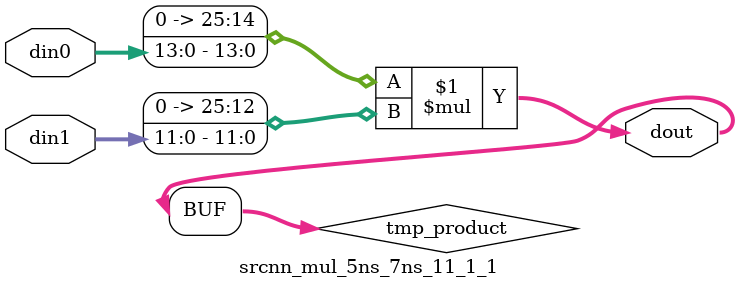
<source format=v>

`timescale 1 ns / 1 ps

  module srcnn_mul_5ns_7ns_11_1_1(din0, din1, dout);
parameter ID = 1;
parameter NUM_STAGE = 0;
parameter din0_WIDTH = 14;
parameter din1_WIDTH = 12;
parameter dout_WIDTH = 26;

input [din0_WIDTH - 1 : 0] din0; 
input [din1_WIDTH - 1 : 0] din1; 
output [dout_WIDTH - 1 : 0] dout;

wire signed [dout_WIDTH - 1 : 0] tmp_product;










assign tmp_product = $signed({1'b0, din0}) * $signed({1'b0, din1});











assign dout = tmp_product;







endmodule

</source>
